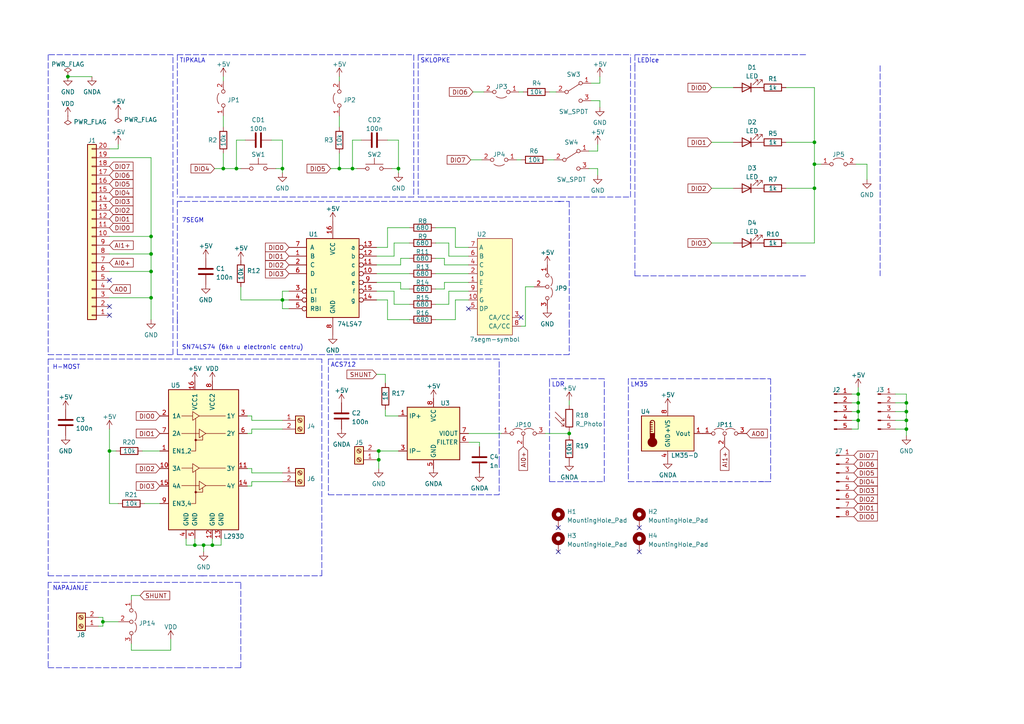
<source format=kicad_sch>
(kicad_sch (version 20211123) (generator eeschema)
  (paper "A4")
  (title_block (title "myDAQExpansionBoard") (date "2022-07-24") (rev "1") (company "TVZ"))
  (junction (at 59.055 158.115))
  (junction (at 248.92 116.84))
  (junction (at 56.515 158.115))
  (junction (at 248.92 114.3))
  (junction (at 61.595 158.115))
  (junction (at 262.89 124.46))
  (junction (at 236.22 47.625))
  (junction (at 262.89 121.92))
  (junction (at 109.855 130.81))
  (junction (at 68.58 48.895))
  (junction (at 115.57 48.895))
  (junction (at 81.915 48.895))
  (junction (at 236.22 54.61))
  (junction (at 102.235 48.895))
  (junction (at 165.1 125.73))
  (junction (at 31.75 130.81))
  (junction (at 236.22 41.275))
  (junction (at 248.92 121.92))
  (junction (at 262.89 119.38))
  (junction (at 19.685 22.225))
  (junction (at 43.815 73.66))
  (junction (at 81.915 86.995))
  (junction (at 43.815 78.74))
  (junction (at 109.855 133.35))
  (junction (at 43.815 86.36))
  (junction (at 64.77 48.895))
  (junction (at 262.89 116.84))
  (junction (at 29.845 180.34))
  (junction (at 98.425 48.895))
  (junction (at 248.92 119.38))
  (junction (at 43.815 68.58))
  (no_connect (at 151.13 92.075))
  (no_connect (at 185.42 153.035))
  (no_connect (at 135.89 89.535))
  (no_connect (at 31.75 88.9))
  (no_connect (at 31.75 81.28))
  (no_connect (at 31.75 91.44))
  (no_connect (at 185.42 160.02))
  (no_connect (at 161.925 153.035))
  (no_connect (at 161.925 160.02))
  (wire (pts (xy 43.815 86.36) (xy 43.815 78.74)))
  (wire (pts (xy 236.22 54.61) (xy 236.22 47.625)))
  (wire (pts (xy 62.23 48.895) (xy 64.77 48.895)))
  (wire (pts (xy 80.01 48.895) (xy 81.915 48.895)))
  (wire (pts (xy 251.46 47.625) (xy 248.285 47.625)))
  (wire (pts (xy 112.395 40.64) (xy 115.57 40.64)))
  (wire (pts (xy 259.715 121.92) (xy 262.89 121.92)))
  (polyline (pts (xy 165.1 102.87) (xy 51.435 102.87)))
  (wire (pts (xy 31.75 124.46) (xy 31.75 130.81)))
  (polyline (pts (xy 220.345 109.855) (xy 223.52 109.855)))
  (wire (pts (xy 137.16 26.67) (xy 140.335 26.67)))
  (wire (pts (xy 81.915 86.995) (xy 69.85 86.995)))
  (wire (pts (xy 238.125 47.625) (xy 236.22 47.625)))
  (wire (pts (xy 115.57 40.64) (xy 115.57 48.895)))
  (wire (pts (xy 31.75 43.18) (xy 34.29 43.18)))
  (polyline (pts (xy 51.435 15.875) (xy 120.015 15.875)))
  (wire (pts (xy 128.905 81.915) (xy 128.905 83.82)))
  (wire (pts (xy 158.75 46.355) (xy 160.655 46.355)))
  (wire (pts (xy 126.365 79.375) (xy 135.89 79.375)))
  (wire (pts (xy 236.22 47.625) (xy 236.22 41.275)))
  (polyline (pts (xy 121.285 57.15) (xy 182.88 57.15)))
  (polyline (pts (xy 51.435 58.42) (xy 51.435 93.98)))
  (wire (pts (xy 112.395 86.995) (xy 109.22 86.995)))
  (wire (pts (xy 248.92 114.3) (xy 248.92 116.84)))
  (polyline (pts (xy 69.85 193.675) (xy 69.85 168.91)))
  (wire (pts (xy 135.89 125.73) (xy 145.415 125.73)))
  (wire (pts (xy 149.86 46.355) (xy 151.13 46.355)))
  (polyline (pts (xy 184.15 80.01) (xy 233.68 80.01)))
  (wire (pts (xy 73.025 121.92) (xy 81.915 121.92)))
  (wire (pts (xy 118.745 92.71) (xy 112.395 92.71)))
  (polyline (pts (xy 13.97 102.87) (xy 50.165 102.87)))
  (wire (pts (xy 114.3 70.485) (xy 114.3 74.295)))
  (wire (pts (xy 116.205 83.82) (xy 116.205 81.915)))
  (wire (pts (xy 68.58 48.895) (xy 69.85 48.895)))
  (wire (pts (xy 109.22 108.585) (xy 111.76 108.585)))
  (wire (pts (xy 31.75 68.58) (xy 43.815 68.58)))
  (polyline (pts (xy 184.15 15.875) (xy 184.15 19.05)))
  (wire (pts (xy 81.915 84.455) (xy 81.915 86.995)))
  (polyline (pts (xy 121.285 15.875) (xy 121.285 57.15)))
  (polyline (pts (xy 13.97 193.675) (xy 52.07 193.675)))
  (polyline (pts (xy 223.52 109.855) (xy 223.52 139.7)))
  (wire (pts (xy 19.685 22.225) (xy 26.67 22.225)))
  (polyline (pts (xy 175.26 139.7) (xy 175.26 109.855)))
  (wire (pts (xy 154.94 83.185) (xy 152.4 83.185)))
  (wire (pts (xy 118.745 70.485) (xy 114.3 70.485)))
  (wire (pts (xy 31.75 78.74) (xy 43.815 78.74)))
  (wire (pts (xy 102.235 40.64) (xy 102.235 48.895)))
  (wire (pts (xy 173.99 31.115) (xy 173.99 29.21)))
  (wire (pts (xy 152.4 94.615) (xy 151.13 94.615)))
  (wire (pts (xy 116.205 81.915) (xy 109.22 81.915)))
  (wire (pts (xy 98.425 22.225) (xy 98.425 23.495)))
  (wire (pts (xy 132.08 66.04) (xy 126.365 66.04)))
  (polyline (pts (xy 121.285 15.875) (xy 182.88 15.875)))
  (wire (pts (xy 98.425 33.655) (xy 98.425 36.83)))
  (wire (pts (xy 173.99 29.21) (xy 171.45 29.21)))
  (polyline (pts (xy 144.78 133.985) (xy 144.78 104.14)))
  (wire (pts (xy 43.815 73.66) (xy 43.815 68.58)))
  (wire (pts (xy 112.395 66.04) (xy 112.395 71.755)))
  (wire (pts (xy 139.065 128.27) (xy 139.065 129.54)))
  (wire (pts (xy 248.92 121.92) (xy 248.92 124.46)))
  (wire (pts (xy 259.715 119.38) (xy 262.89 119.38)))
  (wire (pts (xy 247.015 114.3) (xy 248.92 114.3)))
  (wire (pts (xy 206.375 25.4) (xy 212.725 25.4)))
  (wire (pts (xy 115.57 50.165) (xy 115.57 48.895)))
  (wire (pts (xy 34.29 146.05) (xy 31.75 146.05)))
  (wire (pts (xy 41.91 146.05) (xy 46.355 146.05)))
  (wire (pts (xy 102.235 40.64) (xy 104.775 40.64)))
  (wire (pts (xy 135.89 76.835) (xy 128.905 76.835)))
  (wire (pts (xy 78.74 40.64) (xy 81.915 40.64)))
  (wire (pts (xy 262.89 126.365) (xy 262.89 124.46)))
  (wire (pts (xy 43.815 78.74) (xy 43.815 73.66)))
  (wire (pts (xy 95.885 48.895) (xy 98.425 48.895)))
  (wire (pts (xy 98.425 48.895) (xy 102.235 48.895)))
  (wire (pts (xy 73.025 135.89) (xy 73.025 137.16)))
  (wire (pts (xy 111.76 120.65) (xy 111.76 118.745)))
  (wire (pts (xy 130.175 88.265) (xy 126.365 88.265)))
  (wire (pts (xy 29.845 180.34) (xy 29.845 181.61)))
  (polyline (pts (xy 159.385 110.49) (xy 159.385 139.7)))
  (wire (pts (xy 128.905 76.835) (xy 128.905 74.93)))
  (wire (pts (xy 259.715 116.84) (xy 262.89 116.84)))
  (wire (pts (xy 135.89 74.295) (xy 130.175 74.295)))
  (polyline (pts (xy 212.09 109.855) (xy 182.245 109.855)))
  (wire (pts (xy 247.015 116.84) (xy 248.92 116.84)))
  (wire (pts (xy 248.92 116.84) (xy 248.92 119.38)))
  (wire (pts (xy 49.53 188.595) (xy 49.53 185.42)))
  (wire (pts (xy 69.85 83.185) (xy 69.85 86.995)))
  (wire (pts (xy 206.375 70.485) (xy 212.725 70.485)))
  (wire (pts (xy 73.025 125.73) (xy 73.025 124.46)))
  (polyline (pts (xy 93.345 167.005) (xy 93.345 104.14)))
  (wire (pts (xy 68.58 40.64) (xy 71.12 40.64)))
  (wire (pts (xy 118.745 88.265) (xy 114.3 88.265)))
  (wire (pts (xy 73.025 140.97) (xy 71.755 140.97)))
  (wire (pts (xy 109.22 79.375) (xy 118.745 79.375)))
  (polyline (pts (xy 221.615 139.7) (xy 211.455 139.7)))
  (wire (pts (xy 165.1 116.205) (xy 165.1 117.475)))
  (wire (pts (xy 247.015 119.38) (xy 248.92 119.38)))
  (wire (pts (xy 31.75 130.81) (xy 31.75 146.05)))
  (wire (pts (xy 248.92 112.395) (xy 248.92 114.3)))
  (wire (pts (xy 152.4 83.185) (xy 152.4 94.615)))
  (polyline (pts (xy 175.26 109.855) (xy 159.385 109.855)))
  (wire (pts (xy 81.915 48.895) (xy 81.915 50.165)))
  (wire (pts (xy 114.3 84.455) (xy 109.22 84.455)))
  (wire (pts (xy 68.58 40.64) (xy 68.58 48.895)))
  (wire (pts (xy 116.205 76.835) (xy 109.22 76.835)))
  (wire (pts (xy 38.1 188.595) (xy 49.53 188.595)))
  (polyline (pts (xy 190.5 139.7) (xy 212.09 139.7)))
  (wire (pts (xy 64.77 48.895) (xy 68.58 48.895)))
  (wire (pts (xy 73.025 120.65) (xy 71.755 120.65)))
  (wire (pts (xy 115.57 120.65) (xy 111.76 120.65)))
  (wire (pts (xy 262.89 124.46) (xy 262.89 121.92)))
  (wire (pts (xy 227.965 41.275) (xy 236.22 41.275)))
  (wire (pts (xy 73.025 139.7) (xy 73.025 140.97)))
  (polyline (pts (xy 93.345 104.14) (xy 13.97 104.14)))
  (wire (pts (xy 128.905 74.93) (xy 126.365 74.93)))
  (wire (pts (xy 136.525 46.355) (xy 139.7 46.355)))
  (wire (pts (xy 135.89 71.755) (xy 132.08 71.755)))
  (wire (pts (xy 64.135 158.115) (xy 64.135 156.21)))
  (polyline (pts (xy 161.925 58.42) (xy 165.1 58.42)))
  (wire (pts (xy 28.575 179.07) (xy 29.845 179.07)))
  (polyline (pts (xy 144.78 133.985) (xy 144.78 143.51)))
  (wire (pts (xy 81.915 89.535) (xy 81.915 86.995)))
  (polyline (pts (xy 50.165 15.875) (xy 13.97 15.875)))
  (wire (pts (xy 98.425 48.895) (xy 98.425 44.45)))
  (wire (pts (xy 29.845 179.07) (xy 29.845 180.34)))
  (wire (pts (xy 73.025 121.92) (xy 73.025 120.65)))
  (wire (pts (xy 31.75 86.36) (xy 43.815 86.36)))
  (wire (pts (xy 171.45 24.13) (xy 173.99 24.13)))
  (wire (pts (xy 53.975 158.115) (xy 56.515 158.115)))
  (polyline (pts (xy 120.015 57.15) (xy 51.435 57.15)))
  (wire (pts (xy 128.905 83.82) (xy 126.365 83.82)))
  (wire (pts (xy 165.1 125.095) (xy 165.1 125.73)))
  (wire (pts (xy 71.755 135.89) (xy 73.025 135.89)))
  (wire (pts (xy 81.915 86.995) (xy 83.82 86.995)))
  (polyline (pts (xy 255.27 19.05) (xy 255.27 80.01)))
  (wire (pts (xy 43.815 68.58) (xy 43.815 45.72)))
  (polyline (pts (xy 13.97 168.91) (xy 13.97 193.675)))
  (wire (pts (xy 71.755 125.73) (xy 73.025 125.73)))
  (wire (pts (xy 59.055 158.115) (xy 59.055 160.02)))
  (wire (pts (xy 112.395 92.71) (xy 112.395 86.995)))
  (polyline (pts (xy 159.385 139.7) (xy 175.26 139.7)))
  (polyline (pts (xy 58.42 167.005) (xy 93.345 167.005)))
  (polyline (pts (xy 95.25 143.51) (xy 144.78 143.51)))
  (wire (pts (xy 56.515 158.115) (xy 59.055 158.115)))
  (polyline (pts (xy 165.1 58.42) (xy 165.1 93.98)))
  (wire (pts (xy 109.855 130.81) (xy 115.57 130.81)))
  (wire (pts (xy 31.75 73.66) (xy 43.815 73.66)))
  (wire (pts (xy 114.3 74.295) (xy 109.22 74.295)))
  (polyline (pts (xy 165.1 93.345) (xy 165.1 102.87)))
  (wire (pts (xy 38.1 186.69) (xy 38.1 188.595)))
  (wire (pts (xy 29.845 181.61) (xy 28.575 181.61)))
  (wire (pts (xy 81.915 40.64) (xy 81.915 48.895)))
  (wire (pts (xy 56.515 156.21) (xy 56.515 158.115)))
  (wire (pts (xy 38.1 172.72) (xy 40.64 172.72)))
  (wire (pts (xy 247.015 121.92) (xy 248.92 121.92)))
  (polyline (pts (xy 144.78 104.14) (xy 95.25 104.14)))
  (wire (pts (xy 53.975 156.21) (xy 53.975 158.115)))
  (wire (pts (xy 132.08 71.755) (xy 132.08 66.04)))
  (wire (pts (xy 64.77 48.895) (xy 64.77 44.45)))
  (wire (pts (xy 130.175 70.485) (xy 126.365 70.485)))
  (wire (pts (xy 130.175 84.455) (xy 130.175 88.265)))
  (wire (pts (xy 227.965 54.61) (xy 236.22 54.61)))
  (wire (pts (xy 236.22 54.61) (xy 236.22 70.485)))
  (wire (pts (xy 248.92 124.46) (xy 247.015 124.46)))
  (wire (pts (xy 102.235 48.895) (xy 103.505 48.895)))
  (wire (pts (xy 259.715 124.46) (xy 262.89 124.46)))
  (wire (pts (xy 83.82 84.455) (xy 81.915 84.455)))
  (wire (pts (xy 38.1 172.72) (xy 38.1 173.99)))
  (wire (pts (xy 158.115 125.73) (xy 165.1 125.73)))
  (wire (pts (xy 262.89 119.38) (xy 262.89 116.84)))
  (wire (pts (xy 130.175 74.295) (xy 130.175 70.485)))
  (wire (pts (xy 112.395 71.755) (xy 109.22 71.755)))
  (wire (pts (xy 109.22 130.81) (xy 109.855 130.81)))
  (wire (pts (xy 109.855 133.35) (xy 109.855 130.81)))
  (polyline (pts (xy 13.97 167.005) (xy 59.055 167.005)))
  (wire (pts (xy 59.055 158.115) (xy 61.595 158.115)))
  (polyline (pts (xy 223.52 139.7) (xy 220.345 139.7)))
  (wire (pts (xy 64.77 33.655) (xy 64.77 36.83)))
  (polyline (pts (xy 13.97 104.14) (xy 13.97 167.005)))
  (wire (pts (xy 114.3 88.265) (xy 114.3 84.455)))
  (polyline (pts (xy 233.68 15.875) (xy 184.15 15.875)))
  (polyline (pts (xy 182.88 57.15) (xy 182.88 15.875)))
  (polyline (pts (xy 182.245 109.855) (xy 182.245 139.7)))
  (wire (pts (xy 73.025 124.46) (xy 81.915 124.46)))
  (polyline (pts (xy 52.07 193.675) (xy 69.85 193.675)))
  (wire (pts (xy 135.89 86.995) (xy 132.08 86.995)))
  (polyline (pts (xy 159.385 109.855) (xy 159.385 110.49)))
  (wire (pts (xy 236.22 70.485) (xy 227.965 70.485)))
  (wire (pts (xy 206.375 54.61) (xy 212.725 54.61)))
  (polyline (pts (xy 95.25 104.14) (xy 95.25 143.51)))
  (wire (pts (xy 248.92 119.38) (xy 248.92 121.92)))
  (polyline (pts (xy 182.245 139.7) (xy 192.405 139.7)))
  (wire (pts (xy 173.355 50.8) (xy 173.355 48.895)))
  (wire (pts (xy 41.275 130.81) (xy 46.355 130.81)))
  (polyline (pts (xy 50.165 102.87) (xy 50.165 15.875)))
  (wire (pts (xy 170.815 43.815) (xy 173.355 43.815)))
  (wire (pts (xy 34.29 43.18) (xy 34.29 41.91)))
  (polyline (pts (xy 211.455 109.855) (xy 221.615 109.855)))
  (wire (pts (xy 43.815 92.71) (xy 43.815 86.36)))
  (wire (pts (xy 262.89 121.92) (xy 262.89 119.38)))
  (wire (pts (xy 61.595 156.21) (xy 61.595 158.115)))
  (wire (pts (xy 135.89 84.455) (xy 130.175 84.455)))
  (wire (pts (xy 262.89 114.3) (xy 259.715 114.3)))
  (wire (pts (xy 81.915 139.7) (xy 73.025 139.7)))
  (wire (pts (xy 73.025 137.16) (xy 81.915 137.16)))
  (wire (pts (xy 33.655 130.81) (xy 31.75 130.81)))
  (wire (pts (xy 135.89 81.915) (xy 128.905 81.915)))
  (wire (pts (xy 173.99 24.13) (xy 173.99 22.225)))
  (wire (pts (xy 118.745 83.82) (xy 116.205 83.82)))
  (wire (pts (xy 109.855 135.89) (xy 109.855 133.35)))
  (wire (pts (xy 251.46 52.07) (xy 251.46 47.625)))
  (polyline (pts (xy 51.435 102.87) (xy 51.435 92.075)))
  (wire (pts (xy 236.22 41.275) (xy 236.22 25.4)))
  (wire (pts (xy 132.08 86.995) (xy 132.08 92.71)))
  (wire (pts (xy 132.08 92.71) (xy 126.365 92.71)))
  (wire (pts (xy 29.845 180.34) (xy 34.29 180.34)))
  (wire (pts (xy 150.495 26.67) (xy 151.765 26.67)))
  (polyline (pts (xy 51.435 15.875) (xy 51.435 57.15)))
  (polyline (pts (xy 69.85 168.91) (xy 13.97 168.91)))
  (wire (pts (xy 118.745 74.93) (xy 116.205 74.93)))
  (wire (pts (xy 83.82 89.535) (xy 81.915 89.535)))
  (wire (pts (xy 43.815 45.72) (xy 31.75 45.72)))
  (wire (pts (xy 173.355 43.815) (xy 173.355 41.91)))
  (wire (pts (xy 135.89 128.27) (xy 139.065 128.27)))
  (wire (pts (xy 61.595 158.115) (xy 64.135 158.115)))
  (wire (pts (xy 109.22 133.35) (xy 109.855 133.35)))
  (polyline (pts (xy 184.15 19.05) (xy 184.15 80.01)))
  (wire (pts (xy 116.205 74.93) (xy 116.205 76.835)))
  (wire (pts (xy 173.355 48.895) (xy 170.815 48.895)))
  (wire (pts (xy 236.22 25.4) (xy 227.965 25.4)))
  (polyline (pts (xy 13.97 15.875) (xy 13.97 102.87)))
  (wire (pts (xy 111.76 108.585) (xy 111.76 111.125)))
  (wire (pts (xy 159.385 26.67) (xy 161.29 26.67)))
  (wire (pts (xy 206.375 41.275) (xy 212.725 41.275)))
  (polyline (pts (xy 162.56 58.42) (xy 51.435 58.42)))
  (wire (pts (xy 118.745 66.04) (xy 112.395 66.04)))
  (wire (pts (xy 262.89 116.84) (xy 262.89 114.3)))
  (wire (pts (xy 165.1 125.73) (xy 165.1 126.365)))
  (wire (pts (xy 113.665 48.895) (xy 115.57 48.895)))
  (wire (pts (xy 64.77 22.225) (xy 64.77 23.495)))
  (polyline (pts (xy 120.015 15.875) (xy 120.015 57.15)))
  (text "TO-DO:\n- \n- smanjiti silkscreen konektora za stepper\n- da li je redosljed izlaza hmosta dobar?\n- dioda za reverse polarity protection\n- ne treba odvojiti gnd, samo udaljiti analogni od digitalnog dijela\n- sklopka: dolje napajanje gore GND\n- ukrasiti legendu korisnim informacijama i oblicima\n- provjeriti cijelu shemu\n- tvz logo, jk logo, JLCJLCJLCJLC, gmail adresa\n- na pločici zaljepiti kaptoj traku ispod shunta\n\nDONE:\n- 2 tipkala i pritezni otpornici (2 jumpera za pull up) - DIO 4,5\n- 2 sklopke i pritezni otpornici (2 jumpera za pull up) - DIO 6,7\n- 4 LEDice - DIO 0,1,2,3\n- IC za 7.segm zaslon - DIO 0,1,2\n- LDR - AIO\n- LM35 - AI1\n- shunt i priključnice\n- acs712, AI0\n- L293D 4 digitalna izlaza, DIP s profi podnožjem\n- staviti 1x05 strip za GND\n- staviti 1x05 strip za +5V" (at 302.26 94.615 0) (effects (font (size 1.27 1.27)) (justify left bottom)))
  (text "SN74LS74 (6kn u electronic centru)" (at 52.705 101.6 0) (effects (font (size 1.27 1.27)) (justify left bottom)))
  (text "LM35" (at 182.88 112.395 0) (effects (font (size 1.27 1.27)) (justify left bottom)))
  (text "7SEGM" (at 52.705 64.77 0) (effects (font (size 1.27 1.27)) (justify left bottom)))
  (text "ACS712" (at 95.885 106.68 0) (effects (font (size 1.27 1.27)) (justify left bottom)))
  (text "NAPAJANJE" (at 15.24 171.45 0) (effects (font (size 1.27 1.27)) (justify left bottom)))
  (text "TIPKALA" (at 52.07 18.415 0) (effects (font (size 1.27 1.27)) (justify left bottom)))
  (text "H-MOST" (at 15.24 107.315 0) (effects (font (size 1.27 1.27)) (justify left bottom)))
  (text "LDR" (at 160.02 112.395 0) (effects (font (size 1.27 1.27)) (justify left bottom)))
  (text "LEDice" (at 184.785 18.415 0) (effects (font (size 1.27 1.27)) (justify left bottom)))
  (text "SKLOPKE" (at 121.92 18.415 0) (effects (font (size 1.27 1.27)) (justify left bottom)))
  (global_label "DIO5" (shape input) (at 95.885 48.895 180) (property "Intersheet References" "${INTERSHEET_REFS}" (effects hide)))
  (global_label "DIO3" (shape input) (at 83.82 79.375 180) (property "Intersheet References" "${INTERSHEET_REFS}" (effects hide)))
  (global_label "DIO1" (shape input) (at 46.355 125.73 180) (property "Intersheet References" "${INTERSHEET_REFS}" (effects hide)))
  (global_label "DIO2" (shape input) (at 46.355 135.89 180) (property "Intersheet References" "${INTERSHEET_REFS}" (effects hide)))
  (global_label "DIO1" (shape input) (at 83.82 74.295 180) (property "Intersheet References" "${INTERSHEET_REFS}" (effects hide)))
  (global_label "AI1+" (shape input) (at 31.75 71.12 0) (property "Intersheet References" "${INTERSHEET_REFS}" (effects hide)))
  (global_label "DIO3" (shape input) (at 46.355 140.97 180) (property "Intersheet References" "${INTERSHEET_REFS}" (effects hide)))
  (global_label "AI0+" (shape input) (at 31.75 76.2 0) (property "Intersheet References" "${INTERSHEET_REFS}" (effects hide)))
  (global_label "DIO1" (shape input) (at 206.375 41.275 180) (property "Intersheet References" "${INTERSHEET_REFS}" (effects hide)))
  (global_label "DIO0" (shape input) (at 46.355 120.65 180) (property "Intersheet References" "${INTERSHEET_REFS}" (effects hide)))
  (global_label "DIO7" (shape input) (at 247.65 132.08 0) (property "Intersheet References" "${INTERSHEET_REFS}" (effects hide)))
  (global_label "DIO2" (shape input) (at 247.65 144.78 0) (property "Intersheet References" "${INTERSHEET_REFS}" (effects hide)))
  (global_label "DIO4" (shape input) (at 62.23 48.895 180) (property "Intersheet References" "${INTERSHEET_REFS}" (effects hide)))
  (global_label "SHUNT" (shape input) (at 109.22 108.585 180) (property "Intersheet References" "${INTERSHEET_REFS}" (effects hide)))
  (global_label "AI0+" (shape input) (at 151.765 129.54 270) (property "Intersheet References" "${INTERSHEET_REFS}" (effects hide)))
  (global_label "DIO0" (shape input) (at 247.65 149.86 0) (property "Intersheet References" "${INTERSHEET_REFS}" (effects hide)))
  (global_label "DIO2" (shape input) (at 206.375 54.61 180) (property "Intersheet References" "${INTERSHEET_REFS}" (effects hide)))
  (global_label "DIO4" (shape input) (at 247.65 139.7 0) (property "Intersheet References" "${INTERSHEET_REFS}" (effects hide)))
  (global_label "DIO4" (shape input) (at 31.75 55.88 0) (property "Intersheet References" "${INTERSHEET_REFS}" (effects hide)))
  (global_label "AI1+" (shape input) (at 210.185 129.54 270) (property "Intersheet References" "${INTERSHEET_REFS}" (effects hide)))
  (global_label "DIO3" (shape input) (at 31.75 58.42 0) (property "Intersheet References" "${INTERSHEET_REFS}" (effects hide)))
  (global_label "DIO1" (shape input) (at 247.65 147.32 0) (property "Intersheet References" "${INTERSHEET_REFS}" (effects hide)))
  (global_label "DIO6" (shape input) (at 137.16 26.67 180) (property "Intersheet References" "${INTERSHEET_REFS}" (effects hide)))
  (global_label "DIO5" (shape input) (at 31.75 53.34 0) (property "Intersheet References" "${INTERSHEET_REFS}" (effects hide)))
  (global_label "DIO2" (shape input) (at 31.75 60.96 0) (property "Intersheet References" "${INTERSHEET_REFS}" (effects hide)))
  (global_label "DIO0" (shape input) (at 31.75 66.04 0) (property "Intersheet References" "${INTERSHEET_REFS}" (effects hide)))
  (global_label "DIO0" (shape input) (at 83.82 71.755 180) (property "Intersheet References" "${INTERSHEET_REFS}" (effects hide)))
  (global_label "DIO7" (shape input) (at 136.525 46.355 180) (property "Intersheet References" "${INTERSHEET_REFS}" (effects hide)))
  (global_label "AO0" (shape input) (at 31.75 83.82 0) (property "Intersheet References" "${INTERSHEET_REFS}" (effects hide)))
  (global_label "DIO1" (shape input) (at 31.75 63.5 0) (property "Intersheet References" "${INTERSHEET_REFS}" (effects hide)))
  (global_label "DIO0" (shape input) (at 206.375 25.4 180) (property "Intersheet References" "${INTERSHEET_REFS}" (effects hide)))
  (global_label "DIO7" (shape input) (at 31.75 48.26 0) (property "Intersheet References" "${INTERSHEET_REFS}" (effects hide)))
  (global_label "AO0" (shape input) (at 216.535 125.73 0) (property "Intersheet References" "${INTERSHEET_REFS}" (effects hide)))
  (global_label "DIO6" (shape input) (at 31.75 50.8 0) (property "Intersheet References" "${INTERSHEET_REFS}" (effects hide)))
  (global_label "DIO3" (shape input) (at 206.375 70.485 180) (property "Intersheet References" "${INTERSHEET_REFS}" (effects hide)))
  (global_label "SHUNT" (shape input) (at 40.64 172.72 0) (property "Intersheet References" "${INTERSHEET_REFS}" (effects hide)))
  (global_label "DIO5" (shape input) (at 247.65 137.16 0) (property "Intersheet References" "${INTERSHEET_REFS}" (effects hide)))
  (global_label "DIO6" (shape input) (at 247.65 134.62 0) (property "Intersheet References" "${INTERSHEET_REFS}" (effects hide)))
  (global_label "DIO2" (shape input) (at 83.82 76.835 180) (property "Intersheet References" "${INTERSHEET_REFS}" (effects hide)))
  (global_label "DIO3" (shape input) (at 247.65 142.24 0) (property "Intersheet References" "${INTERSHEET_REFS}" (effects hide)))
  (symbol (lib_id "Device:R") (at 224.155 54.61 90) (unit 1)
    (property "Reference" "R7" (at 224.155 52.07 90))
    (property "Value" "1k" (at 224.155 54.61 90))
    (property "Footprint" "Resistor_SMD:R_0603_1608Metric" (effects hide))
  )
  (symbol (lib_id "Device:LED") (at 216.535 25.4 180) (unit 1)
    (property "Reference" "D1" (at 218.1225 19.5412 0))
    (property "Value" "LED" (at 218.1225 22.0781 0))
    (property "Footprint" "LED_THT:LED_D5.0mm" (effects hide))
  )
  (symbol (lib_id "Device:R") (at 37.465 130.81 90) (unit 1)
    (property "Reference" "R20" (at 39.37 128.27 90) (effects (justify left)))
    (property "Value" "10k" (at 39.37 130.81 90) (effects (justify left)))
    (property "Footprint" "Resistor_SMD:R_0603_1608Metric" (effects hide))
  )
  (symbol (lib_id "power:+5V") (at 158.75 76.835 0) (unit 1)
    (property "Reference" "#PWR020" (effects hide))
    (property "Value" "+5V" (at 158.75 73.2592 0))
  )
  (symbol (lib_id "Driver_Motor:L293D") (at 59.055 135.89 0) (unit 1)
    (property "Reference" "U5" (at 49.53 111.76 0) (effects (justify left)))
    (property "Value" "L293D" (at 64.77 155.575 0) (effects (justify left)))
    (property "Footprint" "Package_DIP:DIP-16_W7.62mm" (effects hide))
    (property "Datasheet" "http://www.ti.com/lit/ds/symlink/l293.pdf" (effects hide))
  )
  (symbol (lib_id "Device:R") (at 64.77 40.64 0) (unit 1)
    (property "Reference" "R2" (at 60.325 40.64 0) (effects (justify left)))
    (property "Value" "10k" (at 64.77 42.545 90) (effects (justify left)))
    (property "Footprint" "Resistor_SMD:R_0603_1608Metric" (effects hide))
  )
  (symbol (lib_id "74xx:74LS47") (at 96.52 79.375 0) (unit 1)
    (property "Reference" "U1" (at 89.535 67.945 0) (effects (justify left)))
    (property "Value" "74LS47" (at 97.79 93.98 0) (effects (justify left)))
    (property "Footprint" "Package_DIP:DIP-16_W7.62mm" (effects hide))
    (property "Datasheet" "http://www.ti.com/lit/gpn/sn74LS47" (effects hide))
  )
  (symbol (lib_id "Symbols:7segm-symbol") (at 143.51 81.915 0) (unit 1)
    (property "Reference" "U2" (at 139.7 67.945 0))
    (property "Value" "7segm-symbol" (at 143.51 98.425 0))
    (property "Footprint" "Library:7segm-SA52" (effects hide))
  )
  (symbol (lib_id "Device:LED") (at 216.535 54.61 180) (unit 1)
    (property "Reference" "D3" (at 218.1225 48.7512 0))
    (property "Value" "LED" (at 218.1225 51.2881 0))
    (property "Footprint" "LED_THT:LED_D5.0mm" (effects hide))
  )
  (symbol (lib_id "Mechanical:MountingHole_Pad") (at 161.925 150.495 0) (unit 1)
    (property "Reference" "H1" (at 164.465 148.3903 0) (effects (justify left)))
    (property "Value" "MountingHole_Pad" (at 164.465 150.9272 0) (effects (justify left)))
    (property "Footprint" "MountingHole:MountingHole_3.2mm_M3_Pad_Via" (effects hide))
  )
  (symbol (lib_id "Device:C") (at 108.585 40.64 90) (unit 1)
    (property "Reference" "CD2" (at 108.585 34.7812 90))
    (property "Value" "100n" (at 108.585 37.3181 90))
    (property "Footprint" "Capacitor_SMD:C_0603_1608Metric" (effects hide))
  )
  (symbol (lib_id "Jumper:Jumper_3_Open") (at 151.765 125.73 0) (unit 1)
    (property "Reference" "JP10" (at 151.765 123.195 0))
    (property "Value" "Jumper_3_Open" (effects hide))
    (property "Footprint" "Connector_PinHeader_2.54mm:PinHeader_1x03_P2.54mm_Vertical" (effects hide))
  )
  (symbol (lib_id "Sensor_Current:ACS712xLCTR-05B") (at 125.73 125.73 0) (unit 1)
    (property "Reference" "U3" (at 127.7494 116.9472 0) (effects (justify left)))
    (property "Value" "ACS712xLCTR-05B" (effects hide))
    (property "Footprint" "Package_SO:SOIC-8_3.9x4.9mm_P1.27mm" (effects hide))
    (property "Datasheet" "http://www.allegromicro.com/~/media/Files/Datasheets/ACS712-Datasheet.ashx?la=en" (effects hide))
  )
  (symbol (lib_id "power:+5V") (at 19.05 118.745 0) (unit 1)
    (property "Reference" "#PWR032" (effects hide))
    (property "Value" "+5V" (at 19.05 115.1692 0))
  )
  (symbol (lib_id "Device:R") (at 122.555 66.04 90) (unit 1)
    (property "Reference" "R8" (at 122.555 64.135 90))
    (property "Value" "680" (at 122.555 66.04 90))
    (property "Footprint" "Resistor_SMD:R_0603_1608Metric" (effects hide))
  )
  (symbol (lib_id "Device:R") (at 98.425 40.64 0) (unit 1)
    (property "Reference" "R3" (at 93.98 40.64 0) (effects (justify left)))
    (property "Value" "10k" (at 98.425 42.545 90) (effects (justify left)))
    (property "Footprint" "Resistor_SMD:R_0603_1608Metric" (effects hide))
  )
  (symbol (lib_id "power:+5V") (at 34.29 41.91 0) (unit 1)
    (property "Reference" "#PWR09" (effects hide))
    (property "Value" "+5V" (at 34.29 38.3342 0))
  )
  (symbol (lib_id "Connector:Conn_01x05_Male") (at 254.635 119.38 0) (unit 1)
    (property "Reference" "J3" (at 255.27 113.061 0))
    (property "Value" "Conn_01x05_Male" (effects hide))
    (property "Footprint" "Connector_PinHeader_2.54mm:PinHeader_1x05_P2.54mm_Vertical" (effects hide))
  )
  (symbol (lib_id "power:GND") (at 59.69 82.55 0) (unit 1)
    (property "Reference" "#PWR021" (effects hide))
    (property "Value" "GND" (at 59.69 86.9934 0))
  )
  (symbol (lib_id "power:VDD") (at 19.685 33.655 0) (unit 1)
    (property "Reference" "#PWR08" (effects hide))
    (property "Value" "VDD" (at 19.685 30.0792 0))
  )
  (symbol (lib_id "Device:C") (at 139.065 133.35 0) (unit 1)
    (property "Reference" "C4" (at 141.986 132.5153 0) (effects (justify left)))
    (property "Value" "1n" (at 141.986 135.0522 0) (effects (justify left)))
    (property "Footprint" "Capacitor_SMD:C_0603_1608Metric" (effects hide))
  )
  (symbol (lib_id "Jumper:Jumper_2_Open") (at 145.415 26.67 180) (unit 1)
    (property "Reference" "JP3" (at 145.415 25.1262 0))
    (property "Value" "Jumper_2_Open" (effects hide))
    (property "Footprint" "Connector_PinHeader_2.54mm:PinHeader_1x02_P2.54mm_Vertical" (effects hide))
  )
  (symbol (lib_id "power:GND") (at 43.815 92.71 0) (unit 1)
    (property "Reference" "#PWR023" (effects hide))
    (property "Value" "GND" (at 43.815 97.1534 0))
  )
  (symbol (lib_id "Jumper:Jumper_2_Open") (at 243.205 47.625 0) (unit 1)
    (property "Reference" "JP5" (at 243.205 44.8112 0))
    (property "Value" "Jumper_2_Open" (effects hide))
    (property "Footprint" "Connector_PinHeader_2.54mm:PinHeader_1x02_P2.54mm_Vertical" (effects hide))
  )
  (symbol (lib_id "Device:R") (at 224.155 25.4 90) (unit 1)
    (property "Reference" "R1" (at 224.155 22.86 90))
    (property "Value" "1k" (at 224.155 25.4 90))
    (property "Footprint" "Resistor_SMD:R_0603_1608Metric" (effects hide))
  )
  (symbol (lib_id "power:+5V") (at 64.77 22.225 0) (unit 1)
    (property "Reference" "#PWR02" (effects hide))
    (property "Value" "+5V" (at 64.77 18.6492 0))
  )
  (symbol (lib_id "power:+5V") (at 31.75 124.46 0) (unit 1)
    (property "Reference" "#PWR033" (effects hide))
    (property "Value" "+5V" (at 31.75 120.8842 0))
  )
  (symbol (lib_id "power:+5V") (at 125.73 115.57 0) (unit 1)
    (property "Reference" "#PWR028" (effects hide))
    (property "Value" "+5V" (at 125.73 111.9942 0))
  )
  (symbol (lib_id "Device:R") (at 122.555 70.485 90) (unit 1)
    (property "Reference" "R9" (at 122.555 68.58 90))
    (property "Value" "680" (at 122.555 70.485 90))
    (property "Footprint" "Resistor_SMD:R_0603_1608Metric" (effects hide))
  )
  (symbol (lib_id "Sensor_Temperature:LM35-D") (at 193.675 125.73 0) (unit 1)
    (property "Reference" "U4" (at 188.595 119.38 0) (effects (justify right)))
    (property "Value" "LM35-D" (at 202.565 132.08 0) (effects (justify right)))
    (property "Footprint" "Package_SO:SOIC-8_3.9x4.9mm_P1.27mm" (effects hide))
    (property "Datasheet" "http://www.ti.com/lit/ds/symlink/lm35.pdf" (effects hide))
  )
  (symbol (lib_id "Switch:SW_Push") (at 108.585 48.895 0) (unit 1)
    (property "Reference" "SW2" (at 108.585 44.8112 0))
    (property "Value" "SW_Push" (effects hide))
    (property "Footprint" "Library:Omron_B3F-12x12mm" (effects hide))
  )
  (symbol (lib_id "power:GND") (at 81.915 50.165 0) (unit 1)
    (property "Reference" "#PWR011" (effects hide))
    (property "Value" "GND" (at 81.915 54.6084 0))
  )
  (symbol (lib_id "power:GND") (at 158.75 89.535 0) (unit 1)
    (property "Reference" "#PWR022" (effects hide))
    (property "Value" "GND" (at 158.75 93.9784 0))
  )
  (symbol (lib_id "power:GNDA") (at 26.67 22.225 0) (unit 1)
    (property "Reference" "#PWR0106" (effects hide))
    (property "Value" "GNDA" (at 26.67 26.6684 0))
  )
  (symbol (lib_id "Connector:Screw_Terminal_01x02") (at 86.995 121.92 0) (unit 1)
    (property "Reference" "J4" (at 89.027 123.6238 0) (effects (justify left)))
    (property "Value" "Screw_Terminal_01x02" (effects hide))
    (property "Footprint" "TerminalBlock_Phoenix:TerminalBlock_Phoenix_MKDS-1,5-2-5.08_1x02_P5.08mm_Horizontal" (effects hide))
  )
  (symbol (lib_id "Mechanical:MountingHole_Pad") (at 185.42 157.48 0) (unit 1)
    (property "Reference" "H4" (at 187.96 155.3753 0) (effects (justify left)))
    (property "Value" "MountingHole_Pad" (at 187.96 157.9122 0) (effects (justify left)))
    (property "Footprint" "MountingHole:MountingHole_3.2mm_M3_Pad_Via" (effects hide))
  )
  (symbol (lib_id "Jumper:Jumper_2_Open") (at 144.78 46.355 180) (unit 1)
    (property "Reference" "JP4" (at 144.78 44.8112 0))
    (property "Value" "Jumper_2_Open" (effects hide))
    (property "Footprint" "Connector_PinHeader_2.54mm:PinHeader_1x02_P2.54mm_Vertical" (effects hide))
  )
  (symbol (lib_id "power:+5V") (at 96.52 64.135 0) (unit 1)
    (property "Reference" "#PWR016" (effects hide))
    (property "Value" "+5V" (at 96.52 60.5592 0))
  )
  (symbol (lib_id "power:+5V") (at 69.85 75.565 0) (unit 1)
    (property "Reference" "#PWR019" (effects hide))
    (property "Value" "+5V" (at 69.85 71.9892 0))
  )
  (symbol (lib_id "Switch:SW_SPDT") (at 166.37 26.67 0) (unit 1)
    (property "Reference" "SW3" (at 166.37 21.59 0))
    (property "Value" "SW_SPDT" (at 166.37 32.385 0))
    (property "Footprint" "Library:we01014042" (effects hide))
  )
  (symbol (lib_id "Jumper:Jumper_3_Open") (at 38.1 180.34 270) (unit 1)
    (property "Reference" "JP14" (at 40.2342 180.7738 90) (effects (justify left)))
    (property "Value" "Jumper_3_Open" (effects hide))
    (property "Footprint" "Connector_PinHeader_2.54mm:PinHeader_1x03_P2.54mm_Vertical" (effects hide))
  )
  (symbol (lib_id "Device:R") (at 122.555 74.93 90) (unit 1)
    (property "Reference" "R11" (at 122.555 73.025 90))
    (property "Value" "680" (at 122.555 74.93 90))
    (property "Footprint" "Resistor_SMD:R_0603_1608Metric" (effects hide))
  )
  (symbol (lib_id "power:GND") (at 251.46 52.07 0) (unit 1)
    (property "Reference" "#PWR0110" (effects hide))
    (property "Value" "GND" (at 251.46 56.5134 0))
  )
  (symbol (lib_id "power:GNDA") (at 99.06 124.46 0) (unit 1)
    (property "Reference" "#PWR0104" (effects hide))
    (property "Value" "GNDA" (at 99.06 128.9034 0))
  )
  (symbol (lib_id "Jumper:Jumper_2_Open") (at 98.425 28.575 90) (unit 1)
    (property "Reference" "JP2" (at 99.568 29.0088 90) (effects (justify right)))
    (property "Value" "Jumper_2_Open" (effects hide))
    (property "Footprint" "Connector_PinHeader_2.54mm:PinHeader_1x02_P2.54mm_Vertical" (effects hide))
  )
  (symbol (lib_id "Mechanical:MountingHole_Pad") (at 161.925 157.48 0) (unit 1)
    (property "Reference" "H3" (at 164.465 155.3753 0) (effects (justify left)))
    (property "Value" "MountingHole_Pad" (at 164.465 157.9122 0) (effects (justify left)))
    (property "Footprint" "MountingHole:MountingHole_3.2mm_M3_Pad_Via" (effects hide))
  )
  (symbol (lib_id "power:GND") (at 109.855 135.89 0) (unit 1)
    (property "Reference" "#PWR0107" (effects hide))
    (property "Value" "GND" (at 109.855 140.3334 0))
  )
  (symbol (lib_id "power:GND") (at 262.89 126.365 0) (unit 1)
    (property "Reference" "#PWR036" (effects hide))
    (property "Value" "GND" (at 262.89 130.8084 0))
  )
  (symbol (lib_id "Mechanical:MountingHole_Pad") (at 185.42 150.495 0) (unit 1)
    (property "Reference" "H2" (at 187.96 148.3903 0) (effects (justify left)))
    (property "Value" "MountingHole_Pad" (at 187.96 150.9272 0) (effects (justify left)))
    (property "Footprint" "MountingHole:MountingHole_3.2mm_M3_Pad_Via" (effects hide))
  )
  (symbol (lib_id "power:GND") (at 19.05 126.365 0) (unit 1)
    (property "Reference" "#PWR035" (effects hide))
    (property "Value" "GND" (at 19.05 130.8084 0))
  )
  (symbol (lib_id "power:GND") (at 115.57 50.165 0) (unit 1)
    (property "Reference" "#PWR012" (effects hide))
    (property "Value" "GND" (at 115.57 54.6084 0))
  )
  (symbol (lib_id "Connector:Screw_Terminal_01x02") (at 86.995 137.16 0) (unit 1)
    (property "Reference" "J6" (at 89.027 138.8638 0) (effects (justify left)))
    (property "Value" "Screw_Terminal_01x02" (effects hide))
    (property "Footprint" "TerminalBlock_Phoenix:TerminalBlock_Phoenix_MKDS-1,5-2-5.08_1x02_P5.08mm_Horizontal" (effects hide))
  )
  (symbol (lib_id "Switch:SW_Push") (at 74.93 48.895 0) (unit 1)
    (property "Reference" "SW1" (at 74.93 44.8112 0))
    (property "Value" "SW_Push" (effects hide))
    (property "Footprint" "Library:Omron_B3F-12x12mm" (effects hide))
  )
  (symbol (lib_id "Connector_Generic:Conn_01x20") (at 26.67 68.58 180) (unit 1)
    (property "Reference" "J1" (at 26.67 40.7472 0))
    (property "Value" "OSTV7XX3151" (effects hide))
    (property "Footprint" "Library:OSTV7XX3151" (effects hide))
  )
  (symbol (lib_id "power:PWR_FLAG") (at 34.29 33.02 180) (unit 1)
    (property "Reference" "#FLG02" (effects hide))
    (property "Value" "PWR_FLAG" (at 35.941 34.7238 0) (effects (justify right)))
  )
  (symbol (lib_id "Device:R_Photo") (at 165.1 121.285 0) (unit 1)
    (property "Reference" "R18" (at 166.878 120.4503 0) (effects (justify left)))
    (property "Value" "R_Photo" (at 166.878 122.9872 0) (effects (justify left)))
    (property "Footprint" "OptoDevice:R_LDR_5.1x4.3mm_P3.4mm_Vertical" (effects hide))
  )
  (symbol (lib_id "power:GND") (at 173.99 31.115 0) (unit 1)
    (property "Reference" "#PWR013" (effects hide))
    (property "Value" "GND" (at 173.99 35.5584 0))
  )
  (symbol (lib_id "power:+5V") (at 59.69 74.93 0) (unit 1)
    (property "Reference" "#PWR018" (effects hide))
    (property "Value" "+5V" (at 59.69 71.3542 0))
  )
  (symbol (lib_id "power:+5V") (at 173.99 22.225 0) (unit 1)
    (property "Reference" "#PWR04" (effects hide))
    (property "Value" "+5V" (at 173.99 18.6492 0))
  )
  (symbol (lib_id "Jumper:Jumper_2_Open") (at 64.77 28.575 90) (unit 1)
    (property "Reference" "JP1" (at 65.913 29.0088 90) (effects (justify right)))
    (property "Value" "Jumper_2_Open" (effects hide))
    (property "Footprint" "Connector_PinHeader_2.54mm:PinHeader_1x02_P2.54mm_Vertical" (effects hide))
  )
  (symbol (lib_id "power:VDD") (at 49.53 185.42 0) (unit 1)
    (property "Reference" "#PWR045" (effects hide))
    (property "Value" "VDD" (at 49.53 181.8442 0))
  )
  (symbol (lib_id "Device:R") (at 122.555 92.71 90) (unit 1)
    (property "Reference" "R16" (at 122.555 90.805 90))
    (property "Value" "680" (at 122.555 92.71 90))
    (property "Footprint" "Resistor_SMD:R_0603_1608Metric" (effects hide))
  )
  (symbol (lib_id "power:+5V") (at 193.675 118.11 0) (unit 1)
    (property "Reference" "#PWR031" (effects hide))
    (property "Value" "+5V" (at 193.675 114.5342 0))
  )
  (symbol (lib_id "Connector:Screw_Terminal_01x02") (at 23.495 181.61 180) (unit 1)
    (property "Reference" "J8" (at 23.495 184.15 0))
    (property "Value" "Screw_Terminal_01x02" (effects hide))
    (property "Footprint" "Library:DELTRON 4mm banana socket - red" (effects hide))
  )
  (symbol (lib_id "power:GNDA") (at 165.1 133.985 0) (unit 1)
    (property "Reference" "#PWR0101" (effects hide))
    (property "Value" "GNDA" (at 165.1 138.4284 0))
  )
  (symbol (lib_id "Jumper:Jumper_3_Open") (at 158.75 83.185 270) (unit 1)
    (property "Reference" "JP9" (at 160.8842 83.6188 90) (effects (justify left)))
    (property "Value" "Jumper_3_Open" (effects hide))
    (property "Footprint" "Connector_PinHeader_2.54mm:PinHeader_1x03_P2.54mm_Vertical" (effects hide))
  )
  (symbol (lib_id "power:+5V") (at 173.355 41.91 0) (unit 1)
    (property "Reference" "#PWR0108" (effects hide))
    (property "Value" "+5V" (at 173.355 38.3342 0))
  )
  (symbol (lib_id "Connector:Screw_Terminal_01x02") (at 104.14 133.35 180) (unit 1)
    (property "Reference" "J5" (at 104.14 128.3772 0))
    (property "Value" "Screw_Terminal_01x02" (effects hide))
    (property "Footprint" "Library:DELTRON 4mm banana socket - black" (effects hide))
  )
  (symbol (lib_id "Device:R") (at 69.85 79.375 0) (unit 1)
    (property "Reference" "R12" (at 71.628 78.5403 0) (effects (justify left)))
    (property "Value" "10k" (at 69.85 81.28 90) (effects (justify left)))
    (property "Footprint" "Resistor_SMD:R_0603_1608Metric" (effects hide))
  )
  (symbol (lib_id "Device:R") (at 122.555 79.375 90) (unit 1)
    (property "Reference" "R13" (at 122.555 77.47 90))
    (property "Value" "680" (at 122.555 79.375 90))
    (property "Footprint" "Resistor_SMD:R_0603_1608Metric" (effects hide))
  )
  (symbol (lib_id "Device:R") (at 224.155 70.485 90) (unit 1)
    (property "Reference" "R10" (at 224.155 67.945 90))
    (property "Value" "1k" (at 224.155 70.485 90))
    (property "Footprint" "Resistor_SMD:R_0603_1608Metric" (effects hide))
  )
  (symbol (lib_id "Device:R") (at 38.1 146.05 90) (unit 1)
    (property "Reference" "R21" (at 40.005 143.51 90) (effects (justify left)))
    (property "Value" "10k" (at 40.005 146.05 90) (effects (justify left)))
    (property "Footprint" "Resistor_SMD:R_0603_1608Metric" (effects hide))
  )
  (symbol (lib_id "Switch:SW_SPDT") (at 165.735 46.355 0) (unit 1)
    (property "Reference" "SW4" (at 165.735 41.275 0))
    (property "Value" "SW_SPDT" (at 165.735 52.07 0))
    (property "Footprint" "Library:we01014042" (effects hide))
  )
  (symbol (lib_id "Device:R") (at 224.155 41.275 90) (unit 1)
    (property "Reference" "R5" (at 224.155 38.735 90))
    (property "Value" "1k" (at 224.155 41.275 90))
    (property "Footprint" "Resistor_SMD:R_0603_1608Metric" (effects hide))
  )
  (symbol (lib_id "power:+5V") (at 248.92 112.395 0) (unit 1)
    (property "Reference" "#PWR027" (effects hide))
    (property "Value" "+5V" (at 248.92 108.8192 0))
  )
  (symbol (lib_id "power:+5V") (at 165.1 116.205 0) (unit 1)
    (property "Reference" "#PWR029" (effects hide))
    (property "Value" "+5V" (at 165.1 112.6292 0))
  )
  (symbol (lib_id "Jumper:Jumper_3_Open") (at 210.185 125.73 0) (unit 1)
    (property "Reference" "JP11" (at 210.185 123.195 0))
    (property "Value" "Jumper_3_Open" (effects hide))
    (property "Footprint" "Connector_PinHeader_2.54mm:PinHeader_1x03_P2.54mm_Vertical" (effects hide))
  )
  (symbol (lib_id "power:GND") (at 96.52 97.155 0) (unit 1)
    (property "Reference" "#PWR024" (effects hide))
    (property "Value" "GND" (at 96.52 101.6 0))
  )
  (symbol (lib_id "Device:LED") (at 216.535 70.485 180) (unit 1)
    (property "Reference" "D4" (at 218.1225 64.6262 0))
    (property "Value" "LED" (at 218.1225 67.1631 0))
    (property "Footprint" "LED_THT:LED_D5.0mm" (effects hide))
  )
  (symbol (lib_id "power:PWR_FLAG") (at 19.685 33.655 180) (unit 1)
    (property "Reference" "#FLG03" (effects hide))
    (property "Value" "PWR_FLAG" (at 21.336 35.3588 0) (effects (justify right)))
  )
  (symbol (lib_id "Device:R") (at 154.94 46.355 90) (unit 1)
    (property "Reference" "R6" (at 156.21 43.815 90) (effects (justify left)))
    (property "Value" "10k" (at 156.845 46.355 90) (effects (justify left)))
    (property "Footprint" "Resistor_SMD:R_0603_1608Metric" (effects hide))
  )
  (symbol (lib_id "power:GNDA") (at 139.065 137.16 0) (unit 1)
    (property "Reference" "#PWR0102" (effects hide))
    (property "Value" "GNDA" (at 139.065 141.6034 0))
  )
  (symbol (lib_id "power:GND") (at 173.355 50.8 0) (unit 1)
    (property "Reference" "#PWR0109" (effects hide))
    (property "Value" "GND" (at 173.355 55.2434 0))
  )
  (symbol (lib_id "power:VDD") (at 61.595 110.49 0) (unit 1)
    (property "Reference" "#PWR026" (effects hide))
    (property "Value" "VDD" (at 61.595 106.9142 0))
  )
  (symbol (lib_id "power:+5V") (at 98.425 22.225 0) (unit 1)
    (property "Reference" "#PWR03" (effects hide))
    (property "Value" "+5V" (at 98.425 18.6492 0))
  )
  (symbol (lib_id "power:+5V") (at 34.29 33.02 0) (unit 1)
    (property "Reference" "#PWR07" (effects hide))
    (property "Value" "+5V" (at 34.29 29.4442 0))
  )
  (symbol (lib_id "Device:C") (at 19.05 122.555 0) (unit 1)
    (property "Reference" "C3" (at 21.971 121.7203 0) (effects (justify left)))
    (property "Value" "100n" (at 21.971 124.2572 0) (effects (justify left)))
    (property "Footprint" "Capacitor_SMD:C_0603_1608Metric" (effects hide))
  )
  (symbol (lib_id "Device:C") (at 99.06 120.65 0) (unit 1)
    (property "Reference" "C2" (at 101.981 119.8153 0) (effects (justify left)))
    (property "Value" "100n" (at 101.981 122.3522 0) (effects (justify left)))
    (property "Footprint" "Capacitor_SMD:C_0603_1608Metric" (effects hide))
  )
  (symbol (lib_id "power:GNDA") (at 193.675 133.35 0) (unit 1)
    (property "Reference" "#PWR0103" (effects hide))
    (property "Value" "GNDA" (at 193.675 137.7934 0))
  )
  (symbol (lib_id "Device:R") (at 111.76 114.935 0) (unit 1)
    (property "Reference" "R17" (at 113.538 114.1003 0) (effects (justify left)))
    (property "Value" "1R" (at 111.76 116.205 90) (effects (justify left)))
    (property "Footprint" "Library:R_Axial_Power_L60.0mm_W14.0mm_P71.12mm" (effects hide))
  )
  (symbol (lib_id "power:PWR_FLAG") (at 19.685 22.225 0) (unit 1)
    (property "Reference" "#FLG01" (effects hide))
    (property "Value" "PWR_FLAG" (at 19.685 18.6492 0))
  )
  (symbol (lib_id "Connector:Conn_01x05_Male") (at 241.935 119.38 0) (unit 1)
    (property "Reference" "J2" (at 242.57 113.061 0))
    (property "Value" "Conn_01x05_Male" (effects hide))
    (property "Footprint" "Connector_PinHeader_2.54mm:PinHeader_1x05_P2.54mm_Vertical" (effects hide))
  )
  (symbol (lib_id "power:+5V") (at 56.515 110.49 0) (unit 1)
    (property "Reference" "#PWR025" (effects hide))
    (property "Value" "+5V" (at 56.515 106.9142 0))
  )
  (symbol (lib_id "power:GND") (at 19.685 22.225 0) (unit 1)
    (property "Reference" "#PWR01" (effects hide))
    (property "Value" "GND" (at 19.685 26.6684 0))
  )
  (symbol (lib_id "Device:C") (at 59.69 78.74 0) (unit 1)
    (property "Reference" "C1" (at 62.611 77.9053 0) (effects (justify left)))
    (property "Value" "100n" (at 62.611 80.4422 0) (effects (justify left)))
    (property "Footprint" "Capacitor_SMD:C_0603_1608Metric" (effects hide))
  )
  (symbol (lib_id "Device:C") (at 74.93 40.64 90) (unit 1)
    (property "Reference" "CD1" (at 74.93 34.7812 90))
    (property "Value" "100n" (at 74.93 37.3181 90))
    (property "Footprint" "Capacitor_SMD:C_0603_1608Metric" (effects hide))
  )
  (symbol (lib_id "Connector:Conn_01x08_Male") (at 242.57 139.7 0) (unit 1)
    (property "Reference" "J7" (at 243.205 130.841 0))
    (property "Value" "Conn_01x08_Male" (effects hide))
    (property "Footprint" "Connector_PinHeader_2.54mm:PinHeader_1x08_P2.54mm_Vertical" (effects hide))
  )
  (symbol (lib_id "Device:R") (at 122.555 88.265 90) (unit 1)
    (property "Reference" "R15" (at 122.555 86.36 90))
    (property "Value" "680" (at 122.555 88.265 90))
    (property "Footprint" "Resistor_SMD:R_0603_1608Metric" (effects hide))
  )
  (symbol (lib_id "Device:R") (at 165.1 130.175 0) (unit 1)
    (property "Reference" "R19" (at 166.878 129.3403 0) (effects (justify left)))
    (property "Value" "10k" (at 165.1 132.08 90) (effects (justify left)))
    (property "Footprint" "Resistor_SMD:R_0603_1608Metric" (effects hide))
  )
  (symbol (lib_id "Device:LED") (at 216.535 41.275 180) (unit 1)
    (property "Reference" "D2" (at 218.1225 35.4162 0))
    (property "Value" "LED" (at 218.1225 37.9531 0))
    (property "Footprint" "LED_THT:LED_D5.0mm" (effects hide))
  )
  (symbol (lib_id "power:GND") (at 59.055 160.02 0) (unit 1)
    (property "Reference" "#PWR044" (effects hide))
    (property "Value" "GND" (at 59.055 164.4634 0))
  )
  (symbol (lib_id "Device:R") (at 155.575 26.67 270) (unit 1)
    (property "Reference" "R4" (at 154.305 24.13 90) (effects (justify left)))
    (property "Value" "10k" (at 153.67 26.67 90) (effects (justify left)))
    (property "Footprint" "Resistor_SMD:R_0603_1608Metric" (effects hide))
  )
  (symbol (lib_id "Device:R") (at 122.555 83.82 90) (unit 1)
    (property "Reference" "R14" (at 122.555 81.915 90))
    (property "Value" "680" (at 122.555 83.82 90))
    (property "Footprint" "Resistor_SMD:R_0603_1608Metric" (effects hide))
  )
  (symbol (lib_id "power:+5V") (at 99.06 116.84 0) (unit 1)
    (property "Reference" "#PWR030" (effects hide))
    (property "Value" "+5V" (at 99.06 113.2642 0))
  )
  (symbol (lib_id "power:GNDA") (at 125.73 135.89 0) (unit 1)
    (property "Reference" "#PWR0105" (effects hide))
    (property "Value" "GNDA" (at 125.73 140.3334 0))
  )
)
</source>
